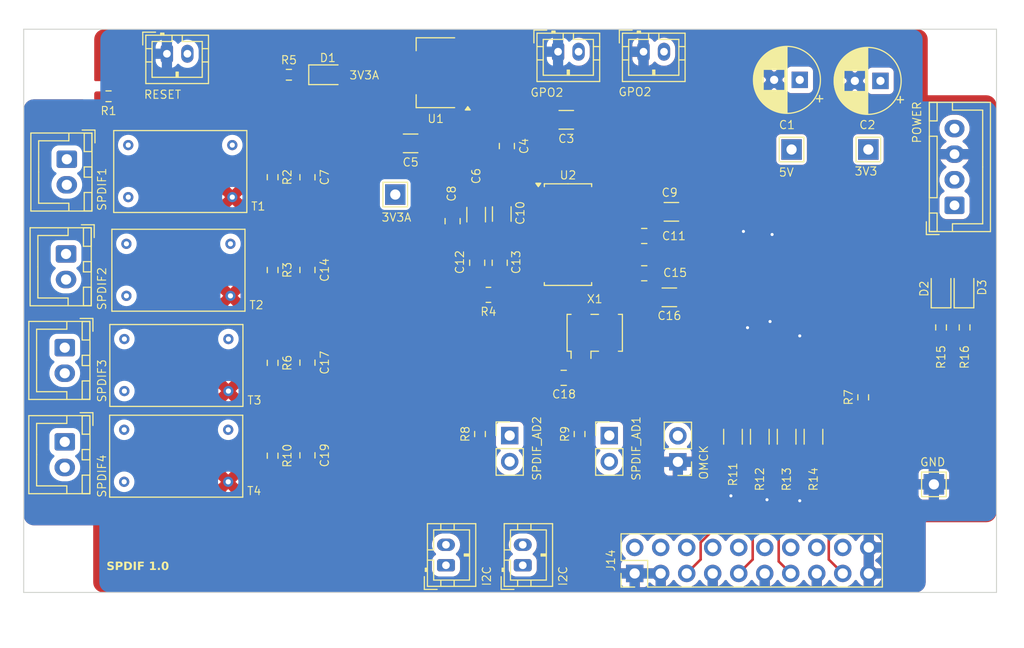
<source format=kicad_pcb>
(kicad_pcb (version 20240108) (generator "pcbnew") (generator_version "8.0")
  (layers (0 "F.Cu" signal) (1 "In1.Cu" mixed) (2 "In2.Cu" signal) (31 "B.Cu" mixed) (34 "B.Paste" user) (35 "F.Paste" user) (36 "B.SilkS" user "B.Silkscreen") (37 "F.SilkS" user "F.Silkscreen") (38 "B.Mask" user) (39 "F.Mask" user) (44 "Edge.Cuts" user))
  (net 0 "")
  (net 1 "AGND")
  (net 2 "GND")
  (net 3 "I2S_DATA")
  (net 4 "I2S_LRCLK")
  (net 5 "I2S_BCLK")
  (net 6 "I2S_SCLK")
  (net 7 "SCL")
  (net 8 "SDA")
  (net 9 "3V3")
  (net 10 "SPDIF3_IN")
  (net 11 "SPDIF3_GND")
  (net 12 "3V3A")
  (net 13 "RESET")
  (net 14 "SPDIF1_IN")
  (net 15 "SPDIF1_GND")
  (net 16 "SPDIF2_IN")
  (net 17 "SPDIF2_GND")
  (net 18 "5V")
  (net 19 "GPO0")
  (net 20 "OMCK")
  (net 21 "GPO1")
  (net 22 "FILT")
  (net 23 "Net-(U2-RXN)")
  (net 24 "Net-(C12-Pad2)")
  (net 25 "Net-(D1-K)")
  (net 27 "Net-(J8-Pin_1)")
  (net 28 "Net-(J9-Pin_1)")
  (net 34 "Net-(U2-SDOUT)")
  (net 35 "Net-(U2-RMCK)")
  (net 36 "SPDIF_1")
  (net 37 "Net-(T1-SB)")
  (net 38 "SPDIF4_GND")
  (net 39 "SPDIF4_IN")
  (net 40 "SPDIF_2")
  (net 41 "SPDIF_3")
  (net 42 "SPDIF_4")
  (net 43 "Net-(T2-SB)")
  (net 44 "Net-(T3-SB)")
  (net 45 "Net-(T4-SB)")
  (net 46 "Net-(U2-OSCLK)")
  (net 47 "Net-(U2-OLRCK)")
  (net 48 "Net-(D2-K)")
  (net 49 "Net-(D3-K)")
  (footprint "LED_SMD:LED_0805_2012Metric_Pad1.15x1.40mm_HandSolder" (layer "F.Cu") (at 142.6 136.1 90)
    (property "Reference" "D2")
    (property "Value" "BLUE")
  )
  (footprint "Resistor_SMD:R_0603_1608Metric_Pad0.98x0.95mm_HandSolder" (layer "F.Cu") (at 78.9125 115.2)
    (property "Reference" "R5")
    (property "Value" "75R")
  )
  (footprint "Connector_PinHeader_2.54mm:PinHeader_2x10_P2.54mm_Vertical" (layer "F.Cu") (at 112.68 163.9 90)
    (property "Reference" "J14")
    (property "Value" "Conn_02x10_Odd_Even")
  )
  (footprint "Capacitor_SMD:C_1206_3216Metric_Pad1.33x1.80mm_HandSolder" (layer "F.Cu") (at 116.0675 136.9367 180)
    (property "Reference" "C16")
    (property "Value" "10u")
  )
  (footprint "TestPoint:TestPoint_THTPad_2.0x2.0mm_Drill1.0mm" (layer "F.Cu") (at 135.5 122.5)
    (property "Reference" "TP3" (hide yes))
    (property "Value" "TestPoint")
  )
  (footprint "Package_TO_SOT_SMD:SOT-223-3_TabPin2" (layer "F.Cu") (at 93.25 115 180)
    (property "Reference" "U1")
    (property "Value" "ZLDO1117QG33TA")
  )
  (footprint "Connector_PinHeader_2.54mm:PinHeader_1x02_P2.54mm_Vertical" (layer "F.Cu") (at 116.9 153 180)
    (property "Reference" "J11" (hide yes))
    (property "Value" "Conn_01x02_Pin")
  )
  (footprint "TestPoint:TestPoint_THTPad_2.0x2.0mm_Drill1.0mm" (layer "F.Cu") (at 89.3 126.9)
    (property "Reference" "TP1" (hide yes))
    (property "Value" "TestPoint")
  )
  (footprint "Capacitor_SMD:C_1206_3216Metric_Pad1.33x1.80mm_HandSolder" (layer "F.Cu") (at 116.2675 128.5863 180)
    (property "Reference" "C9")
    (property "Value" "10u")
  )
  (footprint "Connector_JST:JST_XH_B2B-XH-A_1x02_P2.50mm_Vertical" (layer "F.Cu") (at 57.025 141.85 -90)
    (property "Reference" "J7" (hide yes))
    (property "Value" "Conn_01x02_Pin")
  )
  (footprint "Capacitor_SMD:C_0805_2012Metric_Pad1.18x1.45mm_HandSolder" (layer "F.Cu") (at 80.725 143.3154 -90)
    (property "Reference" "C17")
    (property "Value" "0.01u")
  )
  (footprint "Custom:DA101C" (layer "F.Cu") (at 67.925 143.55)
    (property "Reference" "T3")
    (property "Value" "DA101C")
  )
  (footprint "Custom:DA101C" (layer "F.Cu") (at 68.305 124.61)
    (property "Reference" "T1")
    (property "Value" "DA101C")
  )
  (footprint "Connector_JST:JST_XH_B2B-XH-A_1x02_P2.50mm_Vertical" (layer "F.Cu") (at 57.025 151.05 -90)
    (property "Reference" "J10" (hide yes))
    (property "Value" "Conn_01x02_Pin")
  )
  (footprint "Capacitor_SMD:C_0805_2012Metric_Pad1.18x1.45mm_HandSolder" (layer "F.Cu") (at 80.725 152.3668 -90)
    (property "Reference" "C19")
    (property "Value" "0.01u")
  )
  (footprint "Connector_JST:JST_XH_B4B-XH-A_1x04_P2.50mm_Vertical" (layer "F.Cu") (at 143.9137 127.955 90)
    (property "Reference" "J4" (hide yes))
    (property "Value" "CHANSEL" (hide yes))
  )
  (footprint "Package_SO:TSSOP-28_4.4x9.7mm_P0.65mm" (layer "F.Cu") (at 106.1675 130.8113)
    (property "Reference" "U2")
    (property "Value" "CS8416-xZZ")
  )
  (footprint "Resistor_SMD:R_0603_1608Metric_Pad0.98x0.95mm_HandSolder" (layer "F.Cu") (at 97.575 150.2875 90)
    (property "Reference" "R8")
    (property "Value" "47K")
  )
  (footprint "Capacitor_SMD:C_1206_3216Metric_Pad1.33x1.80mm_HandSolder" (layer "F.Cu") (at 106 119.6 180)
    (property "Reference" "C3")
    (property "Value" "10u")
  )
  (footprint "Capacitor_SMD:C_0805_2012Metric_Pad1.18x1.45mm_HandSolder" (layer "F.Cu") (at 97.3 133.5625 -90)
    (property "Reference" "C12")
    (property "Value" "22n C0G")
  )
  (footprint "Resistor_SMD:R_1206_3216Metric_Pad1.30x1.75mm_HandSolder" (layer "F.Cu") (at 122.2792 150.55 -90)
    (property "Reference" "R11")
    (property "Value" "22R")
  )
  (footprint "Resistor_SMD:R_0603_1608Metric_Pad0.98x0.95mm_HandSolder" (layer "F.Cu") (at 135 146.7 90)
    (property "Reference" "R7")
    (property "Value" "47K")
  )
  (footprint "Resistor_SMD:R_1206_3216Metric_Pad1.30x1.75mm_HandSolder" (layer "F.Cu") (at 127.5208 150.55 -90)
    (property "Reference" "R13")
    (property "Value" "22R")
  )
  (footprint "Capacitor_SMD:C_0805_2012Metric_Pad1.18x1.45mm_HandSolder" (layer "F.Cu") (at 94.9 129.5 90)
    (property "Reference" "C8")
    (property "Value" "1n")
  )
  (footprint "Custom:DA101C" (layer "F.Cu") (at 67.905 152.41)
    (property "Reference" "T4")
    (property "Value" "DA101C")
  )
  (footprint "Resistor_SMD:R_0603_1608Metric_Pad0.98x0.95mm_HandSolder" (layer "F.Cu") (at 61.3 117.3 180)
    (property "Reference" "R1")
    (property "Value" "4.7K")
  )
  (footprint "Resistor_SMD:R_0603_1608Metric_Pad0.98x0.95mm_HandSolder" (layer "F.Cu") (at 77.325 134.2708 -90)
    (property "Reference" "R3")
    (property "Value" "75R")
  )
  (footprint "Connector_JST:JST_XH_B2B-XH-A_1x02_P2.50mm_Vertical" (layer "F.Cu") (at 57.225 123.45 -90)
    (property "Reference" "J5" (hide yes))
    (property "Value" "Conn_01x02_Pin" (hide yes))
  )
  (footprint "MountingHole:MountingHole_3.2mm_M3" (layer "F.Cu") (at 145.5137 113.255)
    (property "Reference" "H2" (hide yes))
    (property "Value" "MountingHole" (hide yes))
  )
  (footprint "Connector_JST:JST_XH_B2B-XH-A_1x02_P2.50mm_Vertical" (layer "F.Cu") (at 57.15 132.7 -90)
    (property "Reference" "J6" (hide yes))
    (property "Value" "Conn_01x02_Pin")
  )
  (footprint "TestPoint:TestPoint_THTPad_2.0x2.0mm_Drill1.0mm" (layer "F.Cu") (at 141.9 155.2)
    (property "Reference" "TP4" (hide yes))
    (property "Value" "TestPoint")
  )
  (footprint "Connector_PinHeader_2.54mm:PinHeader_1x02_P2.54mm_Vertical" (layer "F.Cu") (at 100.475 150.4375)
    (property "Reference" "J8" (hide yes))
    (property "Value" "Conn_01x02_Pin")
  )
  (footprint "Resistor_SMD:R_0603_1608Metric_Pad0.98x0.95mm_HandSolder" (layer "F.Cu") (at 77.325 152.4042 -90)
    (property "Reference" "R10")
    (property "Value" "75R")
  )
  (footprint "Resistor_SMD:R_0603_1608Metric_Pad0.98x0.95mm_HandSolder" (layer "F.Cu") (at 144.9 139.875 90)
    (property "Reference" "R16")
    (property "Value" "325R")
  )
  (footprint "Resistor_SMD:R_0603_1608Metric_Pad0.98x0.95mm_HandSolder" (layer "F.Cu") (at 107.3 150.2875 90)
    (property "Reference" "R9")
    (property "Value" "47K")
  )
  (footprint "Capacitor_SMD:C_1206_3216Metric_Pad1.33x1.80mm_HandSolder" (layer "F.Cu") (at 90.8 121.9 180)
    (property "Reference" "C5")
    (property "Value" "10u")
  )
  (footprint "Resistor_SMD:R_1206_3216Metric_Pad1.30x1.75mm_HandSolder" (layer "F.Cu") (at 124.9 150.55 -90)
    (property "Reference" "R12")
    (property "Value" "22R")
  )
  (footprint "Capacitor_SMD:C_1206_3216Metric_Pad1.33x1.80mm_HandSolder" (layer "F.Cu") (at 97.2 128.8625 -90)
    (property "Reference" "C6")
    (property "Value" "10u")
  )
  (footprint "Connector_JST:JST_PH_B2B-PH-K_1x02_P2.00mm_Vertical" (layer "F.Cu") (at 94.25 163.1 90)
    (property "Reference" "J12" (hide yes))
    (property "Value" "Conn_01x02_Male")
  )
  (footprint "Resistor_SMD:R_0603_1608Metric_Pad0.98x0.95mm_HandSolder" (layer "F.Cu") (at 77.325 143.3375 -90)
    (property "Reference" "R6")
    (property "Value" "75R")
  )
  (footprint "Capacitor_SMD:C_0805_2012Metric" (layer "F.Cu") (at 113.6131 134.5863 180)
    (property "Reference" "C15")
    (property "Value" "0.01u")
  )
  (footprint "Capacitor_SMD:C_0805_2012Metric_Pad1.18x1.45mm_HandSolder" (layer "F.Cu") (at 80.725 125.2125 -90)
    (property "Reference" "C7")
    (property "Value" "0.01u")
  )
  (footprint "LED_SMD:LED_0805_2012Metric_Pad1.15x1.40mm_HandSolder" (layer "F.Cu") (at 144.84 136.1 90)
    (property "Reference" "D3")
    (property "Value" "YELLOW")
  )
  (footprint "Capacitor_SMD:C_0805_2012Metric" (layer "F.Cu") (at 113.6131 130.9454 180)
    (property "Reference" "C11")
    (property "Value" "0.01u")
  )
  (footprint "Capacitor_SMD:C_0805_2012Metric_Pad1.18x1.45mm_HandSolder" (layer "F.Cu") (at 99.5 133.5625 -90)
    (property "Reference" "C13")
    (property "Value" "1n C0G")
  )
  (footprint "Resistor_SMD:R_0603_1608Metric_Pad0.98x0.95mm_HandSolder" (layer "F.Cu") (at 142.6 139.875 90)
    (property "Reference" "R15")
    (property "Value" "500R")
  )
  (footprint "Connector_PinHeader_2.54mm:PinHeader_1x02_P2.54mm_Vertical" (layer "F.Cu") (at 110.2 150.4375)
    (property "Reference" "J9" (hide yes))
    (property "Value" "Conn_01x02_Pin")
  )
  (footprint "Resistor_SMD:R_0805_2012Metric_Pad1.20x1.40mm_HandSolder" (layer "F.Cu") (at 98.4 136.695 180)
    (property "Reference" "R4")
    (property "Value" "3K")
  )
  (footprint "Capacitor_SMD:C_0805_2012Metric_Pad1.18x1.45mm_HandSolder" (layer "F.Cu") (at 100.2 122.1625 -90)
    (property "Reference" "C4")
    (property "Value" "0.01u")
  )
  (footprint "Resistor_SMD:R_1206_3216Metric_Pad1.30x1.75mm_HandSolder" (layer "F.Cu") (at 130.1417 150.55 -90)
    (property "Reference" "R14")
    (property "Value" "22R")
  )
  (footprint "Capacitor_SMD:C_0805_2012Metric_Pad1.18x1.45mm_HandSolder" (layer "F.Cu") (at 80.725 134.2639 -90)
    (property "Reference" "C14")
    (property "Value" "0.01u")
  )
  (footprint "TestPoint:TestPoint_THTPad_2.0x2.0mm_Drill1.0mm" (layer "F.Cu") (at 128 122.5)
    (property "Reference" "TP2" (hide yes))
    (property "Value" "TestPoint")
  )
  (footprint "Capacitor_SMD:C_1206_3216Metric_Pad1.33x1.80mm_HandSolder" (layer "F.Cu") (at 99.7 128.8 90)
    (property "Reference" "C10")
    (property "Value" "0.01u")
  )
  (footprint "Capacitor_THT:CP_Radial_D6.3mm_P2.50mm" (layer "F.Cu") (at 136.6824 115.8 180)
    (property "Reference" "C2")
    (property "Value" "220u")
  )
  (footprint "LED_SMD:LED_0805_2012Metric_Pad1.15x1.40mm_HandSolder" (layer "F.Cu") (at 82.7125 115.2)
    (property "Reference" "D1")
    (property "Value" "BLUE")
  )
  (footprint "Connector_JST:JST_PH_B2B-PH-K_1x02_P2.00mm_Vertical" (layer "F.Cu") (at 105.2 112.95)
    (property "Reference" "J1" (hide yes))
    (property "Value" "Conn_01x02_Male")
  )
  (footprint "Connector_JST:JST_PH_B2B-PH-K_1x02_P2.00mm_Vertical" (layer "F.Cu") (at 67 113.15)
    (property "Reference" "J3" (hide yes))
    (property "Value" "Conn_01x02_Male")
  )
  (footprint "Capacitor_THT:CP_Radial_D6.3mm_P2.50mm" (layer "F.Cu") (at 128.8 115.7 180)
    (property "Reference" "C1")
    (property "Value" "220u")
  )
  (footprint "Oscillator:Oscillator_SMD_EuroQuartz_XO53-4Pin_5.0x3.2mm_HandSoldering" (layer "F.Cu") (at 108.78 140.4)
    (property "Reference" "X1")
    (property "Value" "DFA-S3")
  )
  (footprint "Capacitor_SMD:C_0805_2012Metric" (layer "F.Cu") (at 105.75 144.8 180)
    (property "Reference" "C18")
    (property "Value" "0.01u")
  )
  (footprint "Resistor_SMD:R_0603_1608Metric_Pad0.98x0.95mm_HandSolder" (layer "F.Cu") (at 77.325 125.2042 -90)
    (property "Reference" "R2")
    (property "Value" "75R")
  )
  (footprint "MountingHole:MountingHole_3.2mm_M3" (layer "F.Cu") (at 55.5137 113.255)
    (property "Reference" "H1" (hide yes))
    (property "Value" "MountingHole" (hide yes))
  )
  (footprint "Custom:DA101C" (layer "F.Cu") (at 68.125 134.25)
    (property "Reference" "T2")
    (property "Value" "DA101C")
  )
  (footprint "Connector_JST:JST_PH_B2B-PH-K_1x02_P2.00mm_Vertical" (layer "F.Cu") (at 101.75 163.1 90)
    (property "Reference" "J13" (hide yes))
    (property "Value" "Conn_01x02_Male" (hide yes))
  )
  (footprint "Connector_JST:JST_PH_B2B-PH-K_1x02_P2.00mm_Vertical" (layer "F.Cu") (at 113.5432 112.95)
    (property "Reference" "J2" (hide yes))
    (property "Value" "Conn_01x02_Male")
  )
  (footprint "MountingHole:MountingHole_3.2mm_M3" (layer "F.Cu") (at 145.5137 163.255)
    (property "Reference" "H4" (hide yes))
    (property "Value" "MountingHole" (hide yes))
  )
  (footprint "MountingHole:MountingHole_3.2mm_M3" (layer "F.Cu") (at 55.5137 163.255)
    (property "Reference" "H3" (hide yes))
    (property "Value" "MountingHole" (hide yes))
  )
  (gr_line (start 53.013748 110.755) (end 148.013748 110.755) (stroke (width 0.1)) (layer "Edge.Cuts"))
  (gr_line (start 148.013748 110.755) (end 148.013748 165.755) (stroke (width 0.1)) (layer "Edge.Cuts"))
  (gr_line (start 53.013748 165.755) (end 148.013748 165.755) (stroke (width 0.1)) (layer "Edge.Cuts"))
  (gr_line (start 53.013748 165.755) (end 53.013748 110.755) (stroke (width 0.1)) (layer "Edge.Cuts"))
  (gr_text "SPDIF3\n" (at 61.125 147.25 90) (layer "F.SilkS") (effects (font (size 0.8 0.8) (thickness 0.1) (bold yes)) (justify left bottom)))
  (gr_text "SPDIF_AD2" (at 103.6 154.9 90) (layer "F.SilkS") (effects (font (size 0.8 0.8) (thickness 0.1) (bold yes)) (justify left bottom)))
  (gr_text "GPO2\n" (at 111.043152 117.35 0) (layer "F.SilkS") (effects (font (size 0.8 0.8) (thickness 0.1) (bold yes)) (justify left bottom)))
  (gr_text "SPDIF1" (at 61.125 128.55 90) (layer "F.SilkS") (effects (font (size 0.8 0.8) (thickness 0.1) (bold yes)) (justify left bottom)))
  (gr_text "GPO2" (at 102.443152 117.405 0) (layer "F.SilkS") (effects (font (size 0.8 0.8) (thickness 0.1) (bold yes)) (justify left bottom)))
  (gr_text "SPDIF_AD1" (at 113.3 154.9 90) (layer "F.SilkS") (effects (font (size 0.8 0.8) (thickness 0.1) (bold yes)) (justify left bottom)))
  (gr_text "GND" (at 140.5 153.5 0) (layer "F.SilkS") (effects (font (size 0.8 0.8) (thickness 0.1) (bold yes)) (justify left bottom)))
  (gr_text "3V3A" (at 84.7575 115.715 0) (layer "F.SilkS") (effects (font (size 0.8 0.8) (thickness 0.1) (bold yes)) (justify left bottom)))
  (gr_text "RESET" (at 64.7 117.605 0) (layer "F.SilkS") (effects (font (size 0.8 0.8) (thickness 0.1) (bold yes)) (justify left bottom)))
  (gr_text "SPDIF4\n" (at 61.125 156.55 90) (layer "F.SilkS") (effects (font (size 0.8 0.8) (thickness 0.1) (bold yes)) (justify left bottom)))
  (gr_text "SPDIF 1.0" (at 61.1 163.7 0) (layer "F.SilkS") (effects (font (size 0.8 0.8) (thickness 0.1) (bold yes)) (justify left bottom)))
  (gr_text "OMCK" (at 119.9 154.8 90) (layer "F.SilkS") (effects (font (size 0.8 0.8) (thickness 0.1) (bold yes)) (justify left bottom)))
  (gr_text "3V3A" (at 87.9 129.6 0) (layer "F.SilkS") (effects (font (size 0.8 0.8) (thickness 0.1) (bold yes)) (justify left bottom)))
  (gr_text "5V\n" (at 126.7 125.2 0) (layer "F.SilkS") (effects (font (size 0.8 0.8) (thickness 0.1) (bold yes)) (justify left bottom)))
  (gr_text "SPDIF2" (at 61.125 138.25 90) (layer "F.SilkS") (effects (font (size 0.8 0.8) (thickness 0.1) (bold yes)) (justify left bottom)))
  (gr_text "POWER" (at 140.713748 121.955 90) (layer "F.SilkS") (effects (font (size 0.8 0.8) (thickness 0.1) (bold yes)) (justify left bottom)))
  (gr_text "I2C" (at 106.15 165.2 90) (layer "F.SilkS") (effects (font (size 0.8 0.8) (thickness 0.1) (bold yes)) (justify left bottom)))
  (gr_text "3V3\n" (at 134.1 125.1 0) (layer "F.SilkS") (effects (font (size 0.8 0.8) (thickness 0.1) (bold yes)) (justify left bottom)))
  (gr_text "I2C" (at 98.7 165.2 90) (layer "F.SilkS") (effects (font (size 0.8 0.8) (thickness 0.1) (bold yes)) (justify left bottom)))
  (via (at 128.8 140.7) (size 0.6) (drill 0.3) (layers "F.Cu" "B.Cu") (net 2))
  (via (at 126.1 130.8) (size 0.6) (drill 0.3) (layers "F.Cu" "B.Cu") (net 2))
  (via (at 128.8 156.8) (size 0.6) (drill 0.3) (layers "F.Cu" "B.Cu") (net 2))
  (via (at 123.7 139.9) (size 0.6) (drill 0.3) (layers "F.Cu" "B.Cu") (net 2))
  (via (at 125.6 156.7) (size 0.6) (drill 0.3) (layers "F.Cu" "B.Cu") (net 2))
  (via (at 125.9 139.3) (size 0.6) (drill 0.3) (layers "F.Cu" "B.Cu") (net 2))
  (via (at 122.076508 156.321009) (size 0.6) (drill 0.3) (layers "F.Cu" "B.Cu") (net 2))
  (via (at 123.3 130.5) (size 0.6) (drill 0.3) (layers "F.Cu" "B.Cu") (net 2))
  (segment (start 130.1417 152.1) (end 131.635 153.5933) (width 0.25) (layer "F.Cu") (net 3))
  (segment (start 131.635 162.535) (end 133 163.9) (width 0.25) (layer "F.Cu") (net 3))
  (segment (start 131.635 153.5933) (end 131.635 162.535) (width 0.25) (layer "F.Cu") (net 3))
  (segment (start 126.745 152.8758) (end 126.745 162.725) (width 0.25) (layer "F.Cu") (net 4))
  (segment (start 126.745 162.725) (end 127.92 163.9) (width 0.25) (layer "F.Cu") (net 4))
  (segment (start 127.5208 152.1) (end 126.745 152.8758) (width 0.25) (layer "F.Cu") (net 4))
  (segment (start 124.205 152.795) (end 124.205 162.535) (width 0.25) (layer "F.Cu") (net 5))
  (segment (start 124.205 162.535) (end 122.84 163.9) (width 0.25) (layer "F.Cu") (net 5))
  (segment (start 124.9 152.1) (end 124.205 152.795) (width 0.25) (layer "F.Cu") (net 5))
  (segment (start 119.125 162.535) (end 117.76 163.9) (width 0.25) (layer "F.Cu") (net 6))
  (segment (start 119.125 160.873299) (end 119.125 162.535) (width 0.25) (layer "F.Cu") (net 6))
  (segment (start 122.2792 152.1) (end 120.9 153.4792) (width 0.25) (layer "F.Cu") (net 6))
  (segment (start 120.9 153.4792) (end 120.9 159.098299) (width 0.25) (layer "F.Cu") (net 6))
  (segment (start 120.9 159.098299) (end 119.125 160.873299) (width 0.25) (layer "F.Cu") (net 6))
  (segment (start 107.9 127.493799) (end 107.9 125.9) (width 0.25) (layer "F.Cu") (net 34))
  (segment (start 130.1417 130.8417) (end 130.1417 149) (width 0.25) (layer "F.Cu") (net 34))
  (segment (start 108.292501 127.8863) (end 107.9 127.493799) (width 0.25) (layer "F.Cu") (net 34))
  (segment (start 109.03 127.8863) (end 108.292501 127.8863) (width 0.25) (layer "F.Cu") (net 34))
  (segment (start 124.8 125.5) (end 130.1417 130.8417) (width 0.25) (layer "F.Cu") (net 34))
  (segment (start 108.3 125.5) (end 124.8 125.5) (width 0.25) (layer "F.Cu") (net 34))
  (segment (start 107.9 125.9) (end 108.3 125.5) (width 0.25) (layer "F.Cu") (net 34))
  (segment (start 123.0392 134.383127) (end 122.2792 134.383127) (width 0.25) (layer "F.Cu") (net 35))
  (segment (start 121.5192 132.583127) (end 122.2792 132.583127) (width 0.25) (layer "F.Cu") (net 35))
  (segment (start 122.2792 133.783127) (end 123.0392 133.783127) (width 0.25) (layer "F.Cu") (net 35))
  (segment (start 121.2792 131.743127) (end 121.2792 131.623127) (width 0.25) (layer "F.Cu") (net 35))
  (segment (start 121.2792 132.943127) (end 121.2792 132.823127) (width 0.25) (layer "F.Cu") (net 35))
  (segment (start 121.5192 134.983127) (end 122.0392 134.983127) (width 0.25) (layer "F.Cu") (net 35))
  (segment (start 123.0392 131.983127) (end 122.2792 131.983127) (width 0.25) (layer "F.Cu") (net 35))
  (segment (start 112.2224 129.1863) (end 109.03 129.1863) (width 0.25) (layer "F.Cu") (net 35))
  (segment (start 122.2792 131.023127) (end 122.2792 130.6792) (width 0.25) (layer "F.Cu") (net 35))
  (segment (start 122.2792 132.583127) (end 123.0392 132.583127) (width 0.25) (layer "F.Cu") (net 35))
  (segment (start 123.0392 133.183127) (end 122.2792 133.183127) (width 0.25) (layer "F.Cu") (net 35))
  (segment (start 123.2792 132.343127) (end 123.2792 132.223127) (width 0.25) (layer "F.Cu") (net 35))
  (segment (start 121.2792 135.343127) (end 121.2792 135.223127) (width 0.25) (layer "F.Cu") (net 35))
  (segment (start 122.2792 131.983127) (end 122.0392 131.983127) (width 0.25) (layer "F.Cu") (net 35))
  (segment (start 114.0474 127.3613) (end 112.2224 129.1863) (width 0.25) (layer "F.Cu") (net 35))
  (segment (start 122.2792 134.983127) (end 123.0392 134.983127) (width 0.25) (layer "F.Cu") (net 35))
  (segment (start 122.2792 134.383127) (end 121.5192 134.383127) (width 0.25) (layer "F.Cu") (net 35))
  (segment (start 122.033052 130.433052) (end 118.9613 127.3613) (width 0.25) (layer "F.Cu") (net 35))
  (segment (start 121.5192 131.383127) (end 122.0392 131.383127) (width 0.25) (layer "F.Cu") (net 35))
  (segment (start 122.0392 131.983127) (end 121.5192 131.983127) (width 0.25) (layer "F.Cu") (net 35))
  (segment (start 121.5192 133.783127) (end 122.2792 133.783127) (width 0.25) (layer "F.Cu") (net 35))
  (segment (start 122.2792 149) (end 122.2792 135.823127) (width 0.25) (layer "F.Cu") (net 35))
  (segment (start 123.2792 134.743127) (end 123.2792 134.623127) (width 0.25) (layer "F.Cu") (net 35))
  (segment (start 122.2792 131.143127) (end 122.2792 131.023127) (width 0.25) (layer "F.Cu") (net 35))
  (segment (start 118.9613 127.3613) (end 114.0474 127.3613) (width 0.25) (layer "F.Cu") (net 35))
  (segment (start 122.2792 133.183127) (end 121.5192 133.183127) (width 0.25) (layer "F.Cu") (net 35))
  (segment (start 122.2792 130.6792) (end 122.033052 130.433052) (width 0.25) (layer "F.Cu") (net 35))
  (segment (start 122.0392 135.583127) (end 121.5192 135.583127) (width 0.25) (layer "F.Cu") (net 35))
  (segment (start 122.0392 134.983127) (end 122.2792 134.983127) (width 0.25) (layer "F.Cu") (net 35))
  (segment (start 123.2792 133.543127) (end 123.2792 133.423127) (width 0.25) (layer "F.Cu") (net 35))
  (segment (start 121.2792 134.143127) (end 121.2792 134.023127) (width 0.25) (layer "F.Cu") (net 35))
  (arc (start 121.5192 133.183127) (mid 121.349494 133.112833) (end 121.2792 132.943127) (width 0.25) (layer "F.Cu") (net 35))
  (arc (start 123.2792 134.623127) (mid 123.208906 134.453421) (end 123.0392 134.383127) (width 0.25) (layer "F.Cu") (net 35))
  (arc (start 122.0392 131.383127) (mid 122.208906 131.312833) (end 122.2792 131.143127) (width 0.25) (layer "F.Cu") (net 35))
  (arc (start 123.2792 132.223127) (mid 123.208906 132.053421) (end 123.0392 131.983127) (width 0.25) (layer "F.Cu") (net 35))
  (arc (start 122.2792 135.823127) (mid 122.208906 135.653421) (end 122.0392 135.583127) (width 0.25) (layer "F.Cu") (net 35))
  (arc (start 121.2792 135.223127) (mid 121.349494 135.053421) (end 121.5192 134.983127) (width 0.25) (layer "F.Cu") (net 35))
  (arc (start 123.0392 132.583127) (mid 123.208906 132.512833) (end 123.2792 132.343127) (width 0.25) (layer "F.Cu") (net 35))
  (arc (start 121.5192 131.983127) (mid 121.349494 131.912833) (end 121.2792 131.743127) (width 0.25) (layer "F.Cu") (net 35))
  (arc (start 123.0392 133.783127) (mid 123.208906 133.712833) (end 123.2792 133.543127) (width 0.25) (layer "F.Cu") (net 35))
  (arc (start 123.0392 134.983127) (mid 123.208906 134.912833) (end 123.2792 134.743127) (width 0.25) (layer "F.Cu") (net 35))
  (arc (start 123.2792 133.423127) (mid 123.208906 133.253421) (end 123.0392 133.183127) (width 0.25) (layer "F.Cu") (net 35))
  (arc (start 121.5192 135.583127) (mid 121.349494 135.512833) (end 121.2792 135.343127) (width 0.25) (layer "F.Cu") (net 35))
  (arc (start 121.2792 131.623127) (mid 121.349494 131.453421) (end 121.5192 131.383127) (width 0.25) (layer "F.Cu") (net 35))
  (arc (start 121.2792 132.823127) (mid 121.349494 132.653421) (end 121.5192 132.583127) (width 0.25) (layer "F.Cu") (net 35))
  (arc (start 121.2792 134.023127) (mid 121.349494 133.853421) (end 121.5192 133.783127) (width 0.25) (layer "F.Cu") (net 35))
  (arc (start 121.5192 134.383127) (mid 121.349494 134.312833) (end 121.2792 134.143127) (width 0.25) (layer "F.Cu") (net 35))
  (segment (start 124.9 133.480149) (end 124.9 133.071982) (width 0.25) (layer "F.Cu") (net 46))
  (segment (start 125.9 135.400149) (end 125.9 135.280149) (width 0.25) (layer "F.Cu") (net 46))
  (segment (start 124.14 136.840149) (end 124.66 136.840149) (width 0.25) (layer "F.Cu") (net 46))
  (segment (start 124.9 133.600149) (end 124.9 133.480149) (width 0.25) (layer "F.Cu") (net 46))
  (segment (start 125.9 134.200149) (end 125.9 134.080149) (width 0.25) (layer "F.Cu") (net 46))
  (segment (start 125.66 136.240149) (end 124.9 136.240149) (width 0.25) (layer "F.Cu") (net 46))
  (segment (start 124.9 133.071982) (end 124.9 130.7) (width 0.25) (layer "F.Cu") (net 46))
  (segment (start 124.9 135.640149) (end 125.66 135.640149) (width 0.25) (layer "F.Cu") (net 46))
  (segment (start 124.66 137.440149) (end 124.14 137.440149) (width 0.25) (layer "F.Cu") (net 46))
  (segment (start 124.9 136.840149) (end 125.66 136.840149) (width 0.25) (layer "F.Cu") (net 46))
  (segment (start 121 126.8) (end 113.972304 126.8) (width 0.25) (layer "F.Cu") (net 46))
  (segment (start 123.9 137.200149) (end 123.9 137.080149) (width 0.25) (layer "F.Cu") (net 46))
  (segment (start 125.14 134.440149) (end 125.66 134.440149) (width 0.25) (layer "F.Cu") (net 46))
  (segment (start 123.9 136.000149) (end 123.9 135.880149) (width 0.25) (layer "F.Cu") (net 46))
  (segment (start 124.9 134.440149) (end 125.14 134.440149) (width 0.25) (layer "F.Cu") (net 46))
  (segment (start 124.14 134.440149) (end 124.9 134.440149) (width 0.25) (layer "F.Cu") (net 46))
  (segment (start 124.9 149) (end 124.9 137.680149) (width 0.25) (layer "F.Cu") (net 46))
  (segment (start 124.9 135.040149) (end 124.14 135.040149) (width 0.25) (layer "F.Cu") (net 46))
  (segment (start 124.9 130.7) (end 121 126.8) (width 0.25) (layer "F.Cu") (net 46))
  (segment (start 124.66 136.840149) (end 124.9 136.840149) (width 0.25) (layer "F.Cu") (net 46))
  (segment (start 113.972304 126.8) (end 113.536004 127.2363) (width 0.25) (layer "F.Cu") (net 46))
  (segment (start 125.66 135.040149) (end 124.9 135.040149) (width 0.25) (layer "F.Cu") (net 46))
  (segment (start 123.9 134.800149) (end 123.9 134.680149) (width 0.25) (layer "F.Cu") (net 46))
  (segment (start 125.9 136.600149) (end 125.9 136.480149) (width 0.25) (layer "F.Cu") (net 46))
  (segment (start 113.536004 127.2363) (end 109.03 127.2363) (width 0.25) (layer "F.Cu") (net 46))
  (segment (start 125.66 133.840149) (end 125.14 133.840149) (width 0.25) (layer "F.Cu") (net 46))
  (segment (start 124.14 135.640149) (end 124.9 135.640149) (width 0.25) (layer "F.Cu") (net 46))
  (segment (start 124.9 136.240149) (end 124.14 136.240149) (width 0.25) (layer "F.Cu") (net 46))
  (arc (start 124.14 136.240149) (mid 123.970294 136.169855) (end 123.9 136.000149) (width 0.25) (layer "F.Cu") (net 46))
  (arc (start 125.9 135.280149) (mid 125.829706 135.110443) (end 125.66 135.040149) (width 0.25) (layer "F.Cu") (net 46))
  (arc (start 125.9 136.480149) (mid 125.829706 136.310443) (end 125.66 136.240149) (width 0.25) (layer "F.Cu") (net 46))
  (arc (start 125.9 134.080149) (mid 125.829706 133.910443) (end 125.66 133.840149) (width 0.25) (layer "F.Cu") (net 46))
  (arc (start 124.9 137.680149) (mid 124.829706 137.510443) (end 124.66 137.440149) (width 0.25) (layer "F.Cu") (net 46))
  (arc (start 123.9 135.880149) (mid 123.970294 135.710443) (end 124.14 135.640149) (width 0.25) (layer "F.Cu") (net 46))
  (arc (start 123.9 134.680149) (mid 123.970294 134.510443) (end 124.14 134.440149) (width 0.25) (layer "F.Cu") (net 46))
  (arc (start 125.66 136.840149) (mid 125.829706 136.769855) (end 125.9 136.600149) (width 0.25) (layer "F.Cu") (net 46))
  (arc (start 125.14 133.840149) (mid 124.970294 133.769855) (end 124.9 133.600149) (width 0.25) (layer "F.Cu") (net 46))
  (arc (start 124.14 137.440149) (mid 123.970294 137.369855) (end 123.9 137.200149) (width 0.25) (layer "F.Cu") (net 46))
  (arc (start 125.66 134.440149) (mid 125.829706 134.369855) (end 125.9 134.200149) (width 0.25) (layer "F.Cu") (net 46))
  (arc (start 123.9 137.080149) (mid 123.970294 136.910443) (end 124.14 136.840149) (width 0.25) (layer "F.Cu") (net 46))
  (arc (start 125.66 135.640149) (mid 125.829706 135.569855) (end 125.9 135.400149) (width 0.25) (layer "F.Cu") (net 46))
  (arc (start 124.14 135.040149) (mid 123.970294 134.969855) (end 123.9 134.800149) (width 0.25) (layer "F.Cu") (net 46))
  (segment (start 127.5208 136.281065) (end 127.5208 135.891905) (width 0.25) (layer "F.Cu") (net 47))
  (segment (start 128.2808 137.241065) (end 127.5208 137.241065) (width 0.25) (layer "F.Cu") (net 47))
  (segment (start 127.2808 139.641065) (end 126.8108 139.641065) (width 0.25) (layer "F.Cu") (net 47))
  (segment (start 128.5208 138.801065) (end 128.5208 138.681065) (width 0.25) (layer "F.Cu") (net 47))
  (segment (start 126.5208 138.201065) (end 126.5208 138.081065) (width 0.25) (layer "F.Cu") (net 47))
  (segment (start 126.5208 137.001065) (end 126.5208 136.881065) (width 0.25) (layer "F.Cu") (net 47))
  (segment (start 127.5208 137.241065) (end 127.2808 137.241065) (width 0.25) (layer "F.Cu") (net 47))
  (segment (start 128.5208 137.601065) (end 128.5208 137.481065) (width 0.25) (layer "F.Cu") (net 47))
  (segment (start 126.7608 137.841065) (end 127.5208 137.841065) (width 0.25) (layer "F.Cu") (net 47))
  (segment (start 127.2808 139.041065) (end 127.5208 139.041065) (width 0.25) (layer "F.Cu") (net 47))
  (segment (start 127.5208 138.441065) (end 126.7608 138.441065) (width 0.25) (layer "F.Cu") (net 47))
  (segment (start 128.2808 138.441065) (end 127.5208 138.441065) (width 0.25) (layer "F.Cu") (net 47))
  (segment (start 127.2808 137.241065) (end 126.7608 137.241065) (width 0.25) (layer "F.Cu") (net 47))
  (segment (start 123.2 126.3) (end 109.3163 126.3) (width 0.25) (layer "F.Cu") (net 47))
  (segment (start 127.5208 149) (end 127.5208 139.881065) (width 0.25) (layer "F.Cu") (net 47))
  (segment (start 127.5208 139.041065) (end 128.2808 139.041065) (width 0.25) (layer "F.Cu") (net 47))
  (segment (start 126.5708 139.401065) (end 126.5708 139.281065) (width 0.25) (layer "F.Cu") (net 47))
  (segment (start 126.8108 139.041065) (end 127.2808 139.041065) (width 0.25) (layer "F.Cu") (net 47))
  (segment (start 127.5208 130.6208) (end 123.2 126.3) (width 0.25) (layer "F.Cu") (net 47))
  (segment (start 126.7608 136.641065) (end 127.2808 136.641065) (width 0.25) (layer "F.Cu") (net 47))
  (segment (start 127.5208 137.841065) (end 128.2808 137.841065) (width 0.25) (layer "F.Cu") (net 47))
  (segment (start 127.5208 136.401065) (end 127.5208 136.281065) (width 0.25) (layer "F.Cu") (net 47))
  (segment (start 127.5208 135.891905) (end 127.5208 130.6208) (width 0.25) (layer "F.Cu") (net 47))
  (segment (start 109.3163 126.3) (end 109.03 126.5863) (width 0.25) (layer "F.Cu") (net 47))
  (arc (start 126.8108 139.641065) (mid 126.641094 139.570771) (end 126.5708 139.401065) (width 0.25) (layer "F.Cu") (net 47))
  (arc (start 128.2808 137.841065) (mid 128.450506 137.770771) (end 128.5208 137.601065) (width 0.25) (layer "F.Cu") (net 47))
  (arc (start 128.5208 137.481065) (mid 128.450506 137.311359) (end 128.2808 137.241065) (width 0.25) (layer "F.Cu") (net 47))
  (arc (start 126.5708 139.281065) (mid 126.641094 139.111359) (end 126.8108 139.041065) (width 0.25) (layer "F.Cu") (net 47))
  (arc (start 126.5208 136.881065) (mid 126.591094 136.711359) (end 126.7608 136.641065) (width 0.25) (layer "F.Cu") (net 47))
  (arc (start 126.7608 137.241065) (mid 126.591094 137.170771) (end 126.5208 137.001065) (width 0.25) (layer "F.Cu") (net 47))
  (arc (start 126.5208 138.081065) (mid 126.591094 137.911359) (end 126.7608 137.841065) (width 0.25) (layer "F.Cu") (net 47))
  (arc (start 127.5208 139.881065) (mid 127.450506 139.711359) (end 127.2808 139.641065) (width 0.25) (layer "F.Cu") (net 47))
  (arc (start 128.2808 139.041065) (mid 128.450506 138.970771) (end 128.5208 138.801065) (width 0.25) (layer "F.Cu") (net 47))
  (arc (start 126.7608 138.441065) (mid 126.591094 138.370771) (end 126.5208 138.201065) (width 0.25) (layer "F.Cu") (net 47))
  (arc (start 128.5208 138.681065) (mid 128.450506 138.511359) (end 128.2808 138.441065) (width 0.25) (layer "F.Cu") (net 47))
  (arc (start 127.2808 136.641065) (mid 127.450506 136.570771) (end 127.5208 136.401065) (width 0.25) (layer "F.Cu") (net 47))
  (zone (net 1) (net_name "AGND") (layer "F.Cu") (connect_pads (clearance 1)) (min_thickness 0.25) (fill yes (thermal_gap 0.5) (thermal_bridge_width 1) (smoothing fillet) (radius 1))
    (polygon (pts (xy 107.2 148.2) (xy 100.1 148.1) (xy 95 148.1) (xy 95 158) (xy 94.2 158.8) (xy 90 158.8) (xy 90 166.9) (xy 59.8 166.9) (xy 59.8 159.2) (xy 50.8 159.2) (xy 50.7 159.3) (xy 50.7 117.6) (xy 59.9 117.6) (xy 59.9 109.8) (xy 107 109.8)))
    (polygon (pts (xy 96.433333 124.8) (xy 93.6 126.5) (xy 93.6 134.7) (xy 93.6 137.2) (xy 94.5 137.9) (xy 103.6 137.9) (xy 107 134.5) (xy 107 124.8)))
  )
  (zone (net 2) (net_name "GND") (layer "F.Cu") (priority 1) (connect_pads (clearance 0.5)) (min_thickness 0.25) (fill yes (thermal_gap 0.5) (thermal_bridge_width 1) (smoothing fillet) (radius 1))
    (polygon (pts (xy 141.3 117.2) (xy 150.7 117.2) (xy 150.7 159) (xy 150.6 158.9) (xy 141.1 158.9) (xy 141.1 166.8) (xy 91.1 166.8) (xy 90.7 166.4) (xy 90.7 159.1) (xy 94.5 159.1) (xy 94.9 158.7) (xy 94.9 148.899788) (xy 96.80648 148.768307) (xy 106.4 148.6) (xy 106.782426 108.517574) (xy 108.2 107.9) (xy 141.3 107.9)))
  )
  (zone (net 2) (net_name "GND") (layer "B.Cu") (connect_pads (clearance 0.5)) (min_thickness 0.25) (fill yes (thermal_gap 0.5) (thermal_bridge_width 1) (smoothing fillet) (radius 1))
    (polygon (pts (xy 140.8 117.8) (xy 149.6 117.8) (xy 149.6 158.9) (xy 149.5 158.8) (xy 141.2 158.8) (xy 141.1 158.9) (xy 141.1 166.9) (xy 60.4 166.9) (xy 60.4 159.2) (xy 51.4 159.2) (xy 51.3 159.3) (xy 51.3 117.6) (xy 60.5 117.6) (xy 60.5 109.8) (xy 140.8 109.8)))
  )
)
</source>
